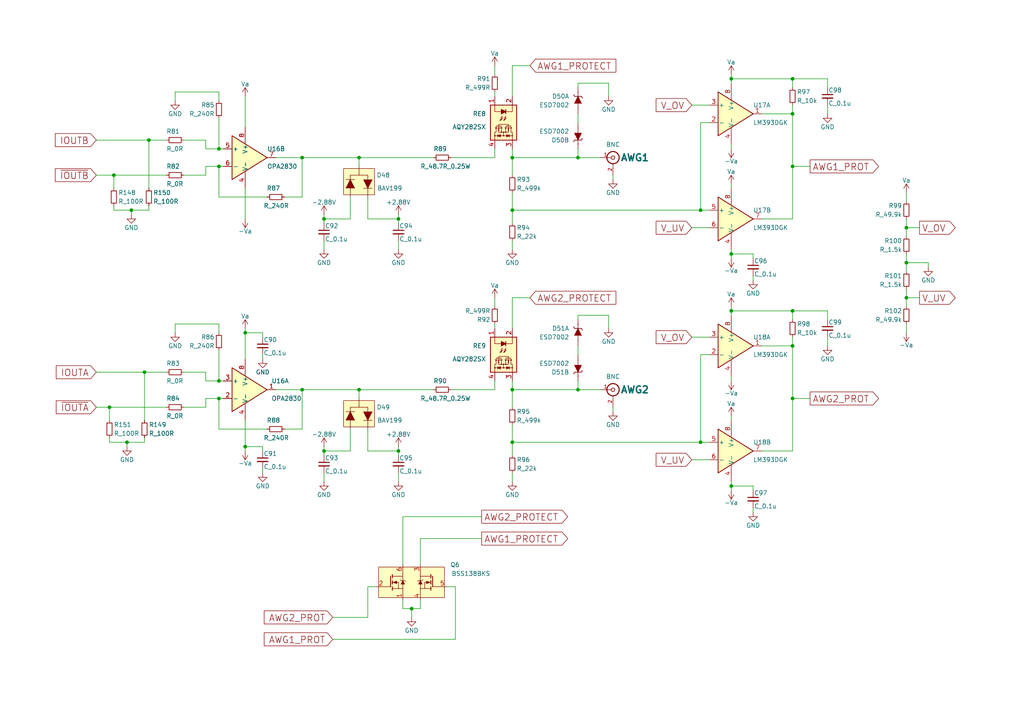
<source format=kicad_sch>
(kicad_sch (version 20231120) (generator "eeschema") (generator_version "8.0")
  (paper "A4")
  (title_block (title "Scopefun Oscilloscope") (rev "v2") (comment 1 "Copyright Dejan Priversek 2017") (comment 2 "Licensed under CERN OHL v.1.2"))
  (junction (at 104.14 113.03))
  (junction (at 212.09 73.66))
  (junction (at 262.89 76.2))
  (junction (at 33.02 50.8))
  (junction (at 63.5 115.57))
  (junction (at 41.91 107.95))
  (junction (at 229.87 90.17))
  (junction (at 148.59 113.03))
  (junction (at 43.18 40.64))
  (junction (at 63.5 110.49))
  (junction (at 262.89 86.36))
  (junction (at 87.63 113.03))
  (junction (at 71.12 129.54))
  (junction (at 71.12 96.52))
  (junction (at 148.59 128.27))
  (junction (at 148.59 60.96))
  (junction (at 212.09 90.17))
  (junction (at 63.5 48.26))
  (junction (at 31.75 118.11))
  (junction (at 93.98 63.5))
  (junction (at 229.87 100.33))
  (junction (at 148.59 45.72))
  (junction (at 115.57 63.5))
  (junction (at 212.09 22.86))
  (junction (at 229.87 115.57))
  (junction (at 229.87 48.26))
  (junction (at 38.1 60.96))
  (junction (at 104.14 45.72))
  (junction (at 63.5 43.18))
  (junction (at 87.63 45.72))
  (junction (at 212.09 140.97))
  (junction (at 229.87 22.86))
  (junction (at 115.57 130.81))
  (junction (at 167.64 45.72))
  (junction (at 203.2 60.96))
  (junction (at 262.89 66.04))
  (junction (at 93.98 130.81))
  (junction (at 36.83 128.27))
  (junction (at 119.38 176.53))
  (junction (at 167.64 113.03))
  (junction (at 229.87 33.02))
  (junction (at 203.2 128.27))
  (wire (pts (xy 203.2 102.87) (xy 203.2 128.27)))
  (wire (pts (xy 229.87 92.71) (xy 229.87 90.17)))
  (wire (pts (xy 63.5 115.57) (xy 64.77 115.57)))
  (wire (pts (xy 220.98 33.02) (xy 229.87 33.02)))
  (wire (pts (xy 87.63 57.15) (xy 87.63 45.72)))
  (wire (pts (xy 132.08 185.42) (xy 132.08 170.18)))
  (wire (pts (xy 115.57 129.54) (xy 115.57 130.81)))
  (wire (pts (xy 43.18 60.96) (xy 43.18 59.69)))
  (wire (pts (xy 115.57 69.85) (xy 115.57 72.39)))
  (wire (pts (xy 200.66 66.04) (xy 205.74 66.04)))
  (wire (pts (xy 148.59 123.19) (xy 148.59 128.27)))
  (wire (pts (xy 101.6 124.46) (xy 101.6 130.81)))
  (wire (pts (xy 262.89 76.2) (xy 262.89 78.74)))
  (wire (pts (xy 59.69 118.11) (xy 53.34 118.11)))
  (wire (pts (xy 115.57 130.81) (xy 115.57 132.08)))
  (wire (pts (xy 262.89 86.36) (xy 262.89 88.9)))
  (wire (pts (xy 36.83 129.54) (xy 36.83 128.27)))
  (wire (pts (xy 63.5 57.15) (xy 63.5 48.26)))
  (wire (pts (xy 115.57 63.5) (xy 115.57 64.77)))
  (wire (pts (xy 59.69 48.26) (xy 59.69 50.8)))
  (wire (pts (xy 76.2 96.52) (xy 71.12 96.52)))
  (wire (pts (xy 119.38 176.53) (xy 121.92 176.53)))
  (wire (pts (xy 43.18 40.64) (xy 43.18 54.61)))
  (wire (pts (xy 148.59 128.27) (xy 203.2 128.27)))
  (wire (pts (xy 240.03 97.79) (xy 240.03 100.33)))
  (wire (pts (xy 218.44 73.66) (xy 212.09 73.66)))
  (wire (pts (xy 116.84 173.99) (xy 116.84 176.53)))
  (wire (pts (xy 143.51 19.05) (xy 143.51 21.59)))
  (wire (pts (xy 59.69 115.57) (xy 59.69 118.11)))
  (wire (pts (xy 266.7 86.36) (xy 262.89 86.36)))
  (wire (pts (xy 76.2 104.14) (xy 76.2 102.87)))
  (wire (pts (xy 262.89 83.82) (xy 262.89 86.36)))
  (wire (pts (xy 27.94 107.95) (xy 41.91 107.95)))
  (wire (pts (xy 63.5 43.18) (xy 64.77 43.18)))
  (wire (pts (xy 266.7 66.04) (xy 262.89 66.04)))
  (wire (pts (xy 218.44 147.32) (xy 218.44 148.59)))
  (wire (pts (xy 229.87 115.57) (xy 229.87 130.81)))
  (wire (pts (xy 167.64 113.03) (xy 173.99 113.03)))
  (wire (pts (xy 63.5 110.49) (xy 64.77 110.49)))
  (wire (pts (xy 116.84 163.83) (xy 116.84 149.86)))
  (wire (pts (xy 148.59 45.72) (xy 148.59 50.8)))
  (wire (pts (xy 71.12 129.54) (xy 71.12 130.81)))
  (wire (pts (xy 212.09 22.86) (xy 229.87 22.86)))
  (wire (pts (xy 71.12 96.52) (xy 71.12 104.14)))
  (wire (pts (xy 262.89 55.88) (xy 262.89 58.42)))
  (wire (pts (xy 93.98 69.85) (xy 93.98 72.39)))
  (wire (pts (xy 41.91 107.95) (xy 41.91 121.92)))
  (wire (pts (xy 167.64 45.72) (xy 173.99 45.72)))
  (wire (pts (xy 212.09 73.66) (xy 212.09 74.93)))
  (wire (pts (xy 104.14 113.03) (xy 104.14 115.57)))
  (wire (pts (xy 77.47 124.46) (xy 63.5 124.46)))
  (wire (pts (xy 119.38 176.53) (xy 119.38 179.07)))
  (wire (pts (xy 212.09 109.22) (xy 212.09 110.49)))
  (wire (pts (xy 104.14 45.72) (xy 104.14 48.26)))
  (wire (pts (xy 63.5 124.46) (xy 63.5 115.57)))
  (wire (pts (xy 262.89 93.98) (xy 262.89 96.52)))
  (wire (pts (xy 143.51 110.49) (xy 143.51 113.03)))
  (wire (pts (xy 212.09 72.39) (xy 212.09 73.66)))
  (wire (pts (xy 93.98 63.5) (xy 93.98 64.77)))
  (wire (pts (xy 212.09 53.34) (xy 212.09 54.61)))
  (wire (pts (xy 269.24 76.2) (xy 269.24 77.47)))
  (wire (pts (xy 31.75 128.27) (xy 36.83 128.27)))
  (wire (pts (xy 200.66 133.35) (xy 205.74 133.35)))
  (wire (pts (xy 96.52 179.07) (xy 106.68 179.07)))
  (wire (pts (xy 41.91 128.27) (xy 41.91 127)))
  (wire (pts (xy 59.69 40.64) (xy 59.69 43.18)))
  (wire (pts (xy 229.87 63.5) (xy 220.98 63.5)))
  (wire (pts (xy 59.69 110.49) (xy 63.5 110.49)))
  (wire (pts (xy 33.02 50.8) (xy 33.02 54.61)))
  (wire (pts (xy 76.2 135.89) (xy 76.2 137.16)))
  (wire (pts (xy 27.94 50.8) (xy 33.02 50.8)))
  (wire (pts (xy 212.09 41.91) (xy 212.09 43.18)))
  (wire (pts (xy 167.64 43.18) (xy 167.64 45.72)))
  (wire (pts (xy 71.12 121.92) (xy 71.12 129.54)))
  (wire (pts (xy 50.8 29.21) (xy 50.8 26.67)))
  (wire (pts (xy 148.59 86.36) (xy 148.59 95.25)))
  (wire (pts (xy 76.2 97.79) (xy 76.2 96.52)))
  (wire (pts (xy 212.09 140.97) (xy 212.09 142.24)))
  (wire (pts (xy 229.87 48.26) (xy 229.87 63.5)))
  (wire (pts (xy 148.59 113.03) (xy 167.64 113.03)))
  (wire (pts (xy 229.87 130.81) (xy 220.98 130.81)))
  (wire (pts (xy 262.89 73.66) (xy 262.89 76.2)))
  (wire (pts (xy 234.95 115.57) (xy 229.87 115.57)))
  (wire (pts (xy 153.67 86.36) (xy 148.59 86.36)))
  (wire (pts (xy 38.1 60.96) (xy 43.18 60.96)))
  (wire (pts (xy 59.69 43.18) (xy 63.5 43.18)))
  (wire (pts (xy 106.68 57.15) (xy 106.68 63.5)))
  (wire (pts (xy 148.59 60.96) (xy 203.2 60.96)))
  (wire (pts (xy 240.03 22.86) (xy 240.03 25.4)))
  (wire (pts (xy 148.59 43.18) (xy 148.59 45.72)))
  (wire (pts (xy 82.55 124.46) (xy 87.63 124.46)))
  (wire (pts (xy 148.59 19.05) (xy 148.59 27.94)))
  (wire (pts (xy 212.09 88.9) (xy 212.09 90.17)))
  (wire (pts (xy 82.55 57.15) (xy 87.63 57.15)))
  (wire (pts (xy 218.44 142.24) (xy 218.44 140.97)))
  (wire (pts (xy 203.2 60.96) (xy 205.74 60.96)))
  (wire (pts (xy 212.09 22.86) (xy 212.09 24.13)))
  (wire (pts (xy 93.98 137.16) (xy 93.98 139.7)))
  (wire (pts (xy 240.03 30.48) (xy 240.03 33.02)))
  (wire (pts (xy 212.09 90.17) (xy 212.09 91.44)))
  (wire (pts (xy 218.44 140.97) (xy 212.09 140.97)))
  (wire (pts (xy 53.34 107.95) (xy 59.69 107.95)))
  (wire (pts (xy 143.51 43.18) (xy 143.51 45.72)))
  (wire (pts (xy 205.74 35.56) (xy 203.2 35.56)))
  (wire (pts (xy 50.8 96.52) (xy 50.8 93.98)))
  (wire (pts (xy 76.2 130.81) (xy 76.2 129.54)))
  (wire (pts (xy 262.89 76.2) (xy 269.24 76.2)))
  (wire (pts (xy 167.64 110.49) (xy 167.64 113.03)))
  (wire (pts (xy 176.53 24.13) (xy 176.53 27.94)))
  (wire (pts (xy 220.98 100.33) (xy 229.87 100.33)))
  (wire (pts (xy 148.59 55.88) (xy 148.59 60.96)))
  (wire (pts (xy 143.51 93.98) (xy 143.51 95.25)))
  (wire (pts (xy 218.44 80.01) (xy 218.44 81.28)))
  (wire (pts (xy 59.69 50.8) (xy 53.34 50.8)))
  (wire (pts (xy 59.69 48.26) (xy 63.5 48.26)))
  (wire (pts (xy 63.5 26.67) (xy 63.5 29.21)))
  (wire (pts (xy 177.8 50.8) (xy 177.8 52.07)))
  (wire (pts (xy 71.12 36.83) (xy 71.12 27.94)))
  (wire (pts (xy 80.01 113.03) (xy 87.63 113.03)))
  (wire (pts (xy 148.59 69.85) (xy 148.59 72.39)))
  (wire (pts (xy 115.57 62.23) (xy 115.57 63.5)))
  (wire (pts (xy 205.74 102.87) (xy 203.2 102.87)))
  (wire (pts (xy 153.67 19.05) (xy 148.59 19.05)))
  (wire (pts (xy 106.68 179.07) (xy 106.68 170.18)))
  (wire (pts (xy 87.63 113.03) (xy 104.14 113.03)))
  (wire (pts (xy 36.83 128.27) (xy 41.91 128.27)))
  (wire (pts (xy 132.08 170.18) (xy 129.54 170.18)))
  (wire (pts (xy 116.84 149.86) (xy 139.7 149.86)))
  (wire (pts (xy 167.64 25.4) (xy 167.64 24.13)))
  (wire (pts (xy 27.94 118.11) (xy 31.75 118.11)))
  (wire (pts (xy 262.89 63.5) (xy 262.89 66.04)))
  (wire (pts (xy 27.94 40.64) (xy 43.18 40.64)))
  (wire (pts (xy 229.87 22.86) (xy 240.03 22.86)))
  (wire (pts (xy 148.59 60.96) (xy 148.59 64.77)))
  (wire (pts (xy 143.51 45.72) (xy 130.81 45.72)))
  (wire (pts (xy 229.87 97.79) (xy 229.87 100.33)))
  (wire (pts (xy 71.12 54.61) (xy 71.12 63.5)))
  (wire (pts (xy 229.87 100.33) (xy 229.87 115.57)))
  (wire (pts (xy 77.47 57.15) (xy 63.5 57.15)))
  (wire (pts (xy 212.09 90.17) (xy 229.87 90.17)))
  (wire (pts (xy 33.02 60.96) (xy 38.1 60.96)))
  (wire (pts (xy 148.59 128.27) (xy 148.59 132.08)))
  (wire (pts (xy 96.52 185.42) (xy 132.08 185.42)))
  (wire (pts (xy 38.1 62.23) (xy 38.1 60.96)))
  (wire (pts (xy 148.59 137.16) (xy 148.59 139.7)))
  (wire (pts (xy 76.2 129.54) (xy 71.12 129.54)))
  (wire (pts (xy 203.2 35.56) (xy 203.2 60.96)))
  (wire (pts (xy 33.02 50.8) (xy 48.26 50.8)))
  (wire (pts (xy 229.87 90.17) (xy 240.03 90.17)))
  (wire (pts (xy 71.12 95.25) (xy 71.12 96.52)))
  (wire (pts (xy 104.14 113.03) (xy 125.73 113.03)))
  (wire (pts (xy 80.01 45.72) (xy 87.63 45.72)))
  (wire (pts (xy 50.8 26.67) (xy 63.5 26.67)))
  (wire (pts (xy 93.98 130.81) (xy 93.98 132.08)))
  (wire (pts (xy 177.8 118.11) (xy 177.8 119.38)))
  (wire (pts (xy 121.92 176.53) (xy 121.92 173.99)))
  (wire (pts (xy 31.75 127) (xy 31.75 128.27)))
  (wire (pts (xy 43.18 40.64) (xy 48.26 40.64)))
  (wire (pts (xy 167.64 24.13) (xy 176.53 24.13)))
  (wire (pts (xy 234.95 48.26) (xy 229.87 48.26)))
  (wire (pts (xy 148.59 45.72) (xy 167.64 45.72)))
  (wire (pts (xy 63.5 101.6) (xy 63.5 110.49)))
  (wire (pts (xy 104.14 45.72) (xy 125.73 45.72)))
  (wire (pts (xy 143.51 86.36) (xy 143.51 88.9)))
  (wire (pts (xy 106.68 124.46) (xy 106.68 130.81)))
  (wire (pts (xy 121.92 156.21) (xy 139.7 156.21)))
  (wire (pts (xy 148.59 110.49) (xy 148.59 113.03)))
  (wire (pts (xy 106.68 170.18) (xy 109.22 170.18)))
  (wire (pts (xy 176.53 91.44) (xy 176.53 95.25)))
  (wire (pts (xy 41.91 107.95) (xy 48.26 107.95)))
  (wire (pts (xy 121.92 163.83) (xy 121.92 156.21)))
  (wire (pts (xy 116.84 176.53) (xy 119.38 176.53)))
  (wire (pts (xy 229.87 25.4) (xy 229.87 22.86)))
  (wire (pts (xy 143.51 26.67) (xy 143.51 27.94)))
  (wire (pts (xy 200.66 97.79) (xy 205.74 97.79)))
  (wire (pts (xy 240.03 90.17) (xy 240.03 92.71)))
  (wire (pts (xy 167.64 92.71) (xy 167.64 91.44)))
  (wire (pts (xy 93.98 129.54) (xy 93.98 130.81)))
  (wire (pts (xy 106.68 63.5) (xy 115.57 63.5)))
  (wire (pts (xy 101.6 57.15) (xy 101.6 63.5)))
  (wire (pts (xy 262.89 66.04) (xy 262.89 68.58)))
  (wire (pts (xy 167.64 91.44) (xy 176.53 91.44)))
  (wire (pts (xy 143.51 113.03) (xy 130.81 113.03)))
  (wire (pts (xy 212.09 120.65) (xy 212.09 121.92)))
  (wire (pts (xy 229.87 33.02) (xy 229.87 48.26)))
  (wire (pts (xy 218.44 74.93) (xy 218.44 73.66)))
  (wire (pts (xy 101.6 130.81) (xy 93.98 130.81)))
  (wire (pts (xy 212.09 21.59) (xy 212.09 22.86)))
  (wire (pts (xy 59.69 107.95) (xy 59.69 110.49)))
  (wire (pts (xy 59.69 115.57) (xy 63.5 115.57)))
  (wire (pts (xy 31.75 118.11) (xy 31.75 121.92)))
  (wire (pts (xy 63.5 48.26) (xy 64.77 48.26)))
  (wire (pts (xy 212.09 139.7) (xy 212.09 140.97)))
  (wire (pts (xy 87.63 124.46) (xy 87.63 113.03)))
  (wire (pts (xy 101.6 63.5) (xy 93.98 63.5)))
  (wire (pts (xy 167.64 100.33) (xy 167.64 102.87)))
  (wire (pts (xy 33.02 59.69) (xy 33.02 60.96)))
  (wire (pts (xy 50.8 93.98) (xy 63.5 93.98)))
  (wire (pts (xy 115.57 137.16) (xy 115.57 139.7)))
  (wire (pts (xy 31.75 118.11) (xy 48.26 118.11)))
  (wire (pts (xy 63.5 34.29) (xy 63.5 43.18)))
  (wire (pts (xy 63.5 93.98) (xy 63.5 96.52)))
  (wire (pts (xy 203.2 128.27) (xy 205.74 128.27)))
  (wire (pts (xy 229.87 30.48) (xy 229.87 33.02)))
  (wire (pts (xy 148.59 113.03) (xy 148.59 118.11)))
  (wire (pts (xy 87.63 45.72) (xy 104.14 45.72)))
  (wire (pts (xy 106.68 130.81) (xy 115.57 130.81)))
  (wire (pts (xy 167.64 33.02) (xy 167.64 35.56)))
  (wire (pts (xy 200.66 30.48) (xy 205.74 30.48)))
  (wire (pts (xy 93.98 62.23) (xy 93.98 63.5)))
  (wire (pts (xy 53.34 40.64) (xy 59.69 40.64)))
  (global_label "AWG1_PROTECT" (shape output) (at 139.7 156.21 0) (effects (font (size 1.905 1.905))) (property "Intersheetrefs" "${INTERSHEET_REFS}" (effects (hide yes))))
  (global_label "AWG2_PROT" (shape input) (at 96.52 179.07 180) (effects (font (size 1.905 1.905))) (property "Intersheetrefs" "${INTERSHEET_REFS}" (effects (hide yes))))
  (global_label "V_OV" (shape output) (at 266.7 66.04 0) (effects (font (size 1.905 1.905))) (property "Intersheetrefs" "${INTERSHEET_REFS}" (effects (hide yes))))
  (global_label "~{IOUTB}" (shape input) (at 27.94 50.8 180) (effects (font (size 1.905 1.905))) (property "Intersheetrefs" "${INTERSHEET_REFS}" (effects (hide yes))))
  (global_label "V_OV" (shape input) (at 200.66 30.48 180) (effects (font (size 1.905 1.905))) (property "Intersheetrefs" "${INTERSHEET_REFS}" (effects (hide yes))))
  (global_label "AWG2_PROTECT" (shape output) (at 139.7 149.86 0) (effects (font (size 1.905 1.905))) (property "Intersheetrefs" "${INTERSHEET_REFS}" (effects (hide yes))))
  (global_label "V_UV" (shape output) (at 266.7 86.36 0) (effects (font (size 1.905 1.905))) (property "Intersheetrefs" "${INTERSHEET_REFS}" (effects (hide yes))))
  (global_label "IOUTA" (shape input) (at 27.94 107.95 180) (effects (font (size 1.905 1.905))) (property "Intersheetrefs" "${INTERSHEET_REFS}" (effects (hide yes))))
  (global_label "V_UV" (shape input) (at 200.66 66.04 180) (effects (font (size 1.905 1.905))) (property "Intersheetrefs" "${INTERSHEET_REFS}" (effects (hide yes))))
  (global_label "V_UV" (shape input) (at 200.66 133.35 180) (effects (font (size 1.905 1.905))) (property "Intersheetrefs" "${INTERSHEET_REFS}" (effects (hide yes))))
  (global_label "AWG1_PROT" (shape output) (at 234.95 48.26 0) (effects (font (size 1.905 1.905))) (property "Intersheetrefs" "${INTERSHEET_REFS}" (effects (hide yes))))
  (global_label "AWG2_PROTECT" (shape input) (at 153.67 86.36 0) (effects (font (size 1.905 1.905))) (property "Intersheetrefs" "${INTERSHEET_REFS}" (effects (hide yes))))
  (global_label "V_OV" (shape input) (at 200.66 97.79 180) (effects (font (size 1.905 1.905))) (property "Intersheetrefs" "${INTERSHEET_REFS}" (effects (hide yes))))
  (global_label "AWG1_PROTECT" (shape input) (at 153.67 19.05 0) (effects (font (size 1.905 1.905))) (property "Intersheetrefs" "${INTERSHEET_REFS}" (effects (hide yes))))
  (global_label "~{IOUTA}" (shape input) (at 27.94 118.11 180) (effects (font (size 1.905 1.905))) (property "Intersheetrefs" "${INTERSHEET_REFS}" (effects (hide yes))))
  (global_label "IOUTB" (shape input) (at 27.94 40.64 180) (effects (font (size 1.905 1.905))) (property "Intersheetrefs" "${INTERSHEET_REFS}" (effects (hide yes))))
  (global_label "AWG1_PROT" (shape input) (at 96.52 185.42 180) (effects (font (size 1.905 1.905))) (property "Intersheetrefs" "${INTERSHEET_REFS}" (effects (hide yes))))
  (global_label "AWG2_PROT" (shape output) (at 234.95 115.57 0) (effects (font (size 1.905 1.905))) (property "Intersheetrefs" "${INTERSHEET_REFS}" (effects (hide yes))))
  (symbol (lib_id "ScopefunParts:OPA2830") (at 72.39 45.72 0) (unit 2)
    (property "Reference" "U16" (at 77.47 43.18 0) (effects (justify left)))
    (property "Value" "OPA2830" (at 77.47 48.26 0) (effects (justify left)))
    (property "Footprint" "ScopefunPackagesLibrary:TSSOP8" (effects (hide yes)))
    (property "Datasheet" "http://www.ti.com/lit/ds/symlink/opa2830.pdf" (effects (hide yes)))
    (property "Description" "Dual, Low-Power, Single-Supply, Wideband OPERATIONAL AMPLIFIER" (effects (hide yes)))
    (property "Manufacturer Part Number" "OPA2830IDGKT" (effects (hide yes)))
  )
  (symbol (lib_id "ScopefunParts:+Va") (at 71.12 95.25 0) (unit 1)
    (property "Reference" "#PWR0174" (effects (hide yes)))
    (property "Value" "Va" (at 71.12 91.694 0))
  )
  (symbol (lib_id "ScopefunParts:-Va") (at 71.12 130.81 180) (unit 1)
    (property "Reference" "#PWR0175" (effects (hide yes)))
    (property "Value" "-Va" (at 71.12 134.366 0))
  )
  (symbol (lib_id "Scopefun_v2-rescue:GND") (at 50.8 96.52 0) (unit 1)
    (property "Reference" "#PWR0176" (effects (hide yes)))
    (property "Value" "GND" (at 50.8 100.33 0))
  )
  (symbol (lib_id "ScopefunParts:BAV199") (at 104.14 53.34 0) (unit 1)
    (property "Reference" "D48" (at 109.22 50.8 0) (effects (justify left)))
    (property "Value" "BAV199" (at 113.03 54.61 0))
    (property "Footprint" "ScopefunPackagesLibrary:SOT23" (effects (hide yes)))
    (property "Description" "Low-leakage double diode" (effects (hide yes)))
    (property "Manufacturer Part Number" "BAV199-7-F" (effects (hide yes)))
  )
  (symbol (lib_id "ScopefunParts:+2.88V") (at 115.57 62.23 0) (unit 1)
    (property "Reference" "#PWR0177" (effects (hide yes)))
    (property "Value" "+2.88V" (at 115.57 58.674 0))
  )
  (symbol (lib_id "ScopefunParts:C_0.1u") (at 93.98 67.31 0) (unit 1)
    (property "Reference" "C92" (at 94.234 65.532 0) (effects (justify left)))
    (property "Value" "C_0.1u" (at 94.234 69.342 0) (effects (justify left)))
    (property "Footprint" "ScopefunPackagesLibrary:C_0603" (effects (hide yes)))
    (property "Description" "MLCC - SMD/SMT 0603 16V X7R 10%" (effects (hide yes)))
    (property "Manufacturer Part Number" "C0603C104K4RACTU" (effects (hide yes)))
  )
  (symbol (lib_id "ScopefunParts:C_0.1u") (at 115.57 67.31 0) (unit 1)
    (property "Reference" "C94" (at 115.824 65.532 0) (effects (justify left)))
    (property "Value" "C_0.1u" (at 115.824 69.342 0) (effects (justify left)))
    (property "Footprint" "ScopefunPackagesLibrary:C_0603" (effects (hide yes)))
    (property "Description" "MLCC - SMD/SMT 0603 16V X7R 10%" (effects (hide yes)))
    (property "Manufacturer Part Number" "C0603C104K4RACTU" (effects (hide yes)))
  )
  (symbol (lib_id "Scopefun_v2-rescue:GND") (at 115.57 72.39 0) (unit 1)
    (property "Reference" "#PWR0178" (effects (hide yes)))
    (property "Value" "GND" (at 115.57 76.2 0))
  )
  (symbol (lib_id "Scopefun_v2-rescue:GND") (at 93.98 72.39 0) (unit 1)
    (property "Reference" "#PWR0179" (effects (hide yes)))
    (property "Value" "GND" (at 93.98 76.2 0))
  )
  (symbol (lib_id "ScopefunParts:-2.88V") (at 93.98 62.23 0) (unit 1)
    (property "Reference" "#PWR0180" (effects (hide yes)))
    (property "Value" "-2.88V" (at 93.98 58.674 0))
  )
  (symbol (lib_id "ScopefunParts:R_499R") (at 143.51 24.13 0) (mirror y) (unit 1)
    (property "Reference" "R91" (at 142.24 22.86 0) (effects (justify left)))
    (property "Value" "R_499R" (at 142.24 25.4 0) (effects (justify left)))
    (property "Footprint" "ScopefunPackagesLibrary:R_0603" (effects (hide yes)))
    (property "Datasheet" "http://industrial.panasonic.com/cdbs/www-data/pdf/AOA0000/AOA0000CE2.pdf" (effects (hide yes)))
    (property "Description" "RES SMD 1% 1/10W 0603" (effects (hide yes)))
    (property "Manufacturer Part Number" "ERJ-3EKF4990V" (effects (hide yes)))
  )
  (symbol (lib_id "ScopefunParts:+Va") (at 143.51 19.05 0) (mirror y) (unit 1)
    (property "Reference" "#PWR0181" (effects (hide yes)))
    (property "Value" "Va" (at 143.51 15.494 0))
  )
  (symbol (lib_id "ScopefunParts:R_499k") (at 148.59 53.34 0) (unit 1)
    (property "Reference" "R93" (at 149.86 52.07 0) (effects (justify left)))
    (property "Value" "R_499k" (at 149.86 54.61 0) (effects (justify left)))
    (property "Footprint" "ScopefunPackagesLibrary:R_0603" (effects (hide yes)))
    (property "Datasheet" "http://industrial.panasonic.com/cdbs/www-data/pdf/AOA0000/AOA0000CE2.pdf" (effects (hide yes)))
    (property "Description" "RES SMD 1% 1/10W 0603" (effects (hide yes)))
    (property "Manufacturer Part Number" "ERJ-3EKF4993V" (effects (hide yes)))
  )
  (symbol (lib_id "ScopefunParts:R_22k") (at 148.59 67.31 0) (unit 1)
    (property "Reference" "R94" (at 149.86 66.04 0) (effects (justify left)))
    (property "Value" "R_22k" (at 149.86 68.58 0) (effects (justify left)))
    (property "Footprint" "ScopefunPackagesLibrary:R_0603" (effects (hide yes)))
    (property "Datasheet" "http://industrial.panasonic.com/cdbs/www-data/pdf/AOA0000/AOA0000CE2.pdf" (effects (hide yes)))
    (property "Description" "RES SMD 1% 1/10W 0603" (effects (hide yes)))
    (property "Manufacturer Part Number" "ERJ-3EKF2202V" (effects (hide yes)))
  )
  (symbol (lib_id "Scopefun_v2-rescue:GND") (at 148.59 72.39 0) (unit 1)
    (property "Reference" "#PWR0182" (effects (hide yes)))
    (property "Value" "GND" (at 148.59 76.2 0))
  )
  (symbol (lib_id "Scopefun_v2-rescue:GND") (at 177.8 52.07 0) (unit 1)
    (property "Reference" "#PWR0183" (effects (hide yes)))
    (property "Value" "GND" (at 177.8 55.88 0))
  )
  (symbol (lib_id "ScopefunParts:LM393DGK") (at 213.36 33.02 0) (unit 1)
    (property "Reference" "U17" (at 218.44 30.48 0) (effects (justify left)))
    (property "Value" "LM393DGK" (at 218.44 35.56 0) (effects (justify left)))
    (property "Footprint" "ScopefunPackagesLibrary:TSSOP8" (effects (hide yes)))
    (property "Datasheet" "http://www.ti.com/lit/ds/symlink/lm193.pdf" (effects (hide yes)))
    (property "Description" "Dual, General Purpose, Differential Comparator" (effects (hide yes)))
    (property "Manufacturer Part Number" "LM393DGKR" (effects (hide yes)))
  )
  (symbol (lib_id "ScopefunParts:+Va") (at 212.09 53.34 0) (unit 1)
    (property "Reference" "#PWR0187" (effects (hide yes)))
    (property "Value" "Va" (at 212.09 49.784 0))
  )
  (symbol (lib_id "ScopefunParts:-Va") (at 212.09 74.93 0) (mirror x) (unit 1)
    (property "Reference" "#PWR0186" (effects (hide yes)))
    (property "Value" "-Va" (at 212.09 78.486 0))
  )
  (symbol (lib_id "ScopefunParts:+Va") (at 212.09 21.59 0) (unit 1)
    (property "Reference" "#PWR0184" (effects (hide yes)))
    (property "Value" "Va" (at 212.09 18.034 0))
  )
  (symbol (lib_id "ScopefunParts:-Va") (at 212.09 43.18 180) (unit 1)
    (property "Reference" "#PWR0185" (effects (hide yes)))
    (property "Value" "-Va" (at 212.09 46.736 0))
  )
  (symbol (lib_id "ScopefunParts:C_0.1u") (at 240.03 27.94 0) (unit 1)
    (property "Reference" "C98" (at 240.284 26.162 0) (effects (justify left)))
    (property "Value" "C_0.1u" (at 240.284 29.972 0) (effects (justify left)))
    (property "Footprint" "ScopefunPackagesLibrary:C_0603" (effects (hide yes)))
    (property "Description" "MLCC - SMD/SMT 0603 16V X7R 10%" (effects (hide yes)))
    (property "Manufacturer Part Number" "C0603C104K4RACTU" (effects (hide yes)))
  )
  (symbol (lib_id "Scopefun_v2-rescue:GND") (at 240.03 33.02 0) (unit 1)
    (property "Reference" "#PWR0188" (effects (hide yes)))
    (property "Value" "GND" (at 240.03 36.83 0))
  )
  (symbol (lib_id "ScopefunParts:+Va") (at 71.12 27.94 0) (unit 1)
    (property "Reference" "#PWR0189" (effects (hide yes)))
    (property "Value" "Va" (at 71.12 24.384 0))
  )
  (symbol (lib_id "ScopefunParts:-Va") (at 71.12 63.5 180) (unit 1)
    (property "Reference" "#PWR0190" (effects (hide yes)))
    (property "Value" "-Va" (at 71.12 67.056 0))
  )
  (symbol (lib_id "Scopefun_v2-rescue:GND") (at 50.8 29.21 0) (unit 1)
    (property "Reference" "#PWR0191" (effects (hide yes)))
    (property "Value" "GND" (at 50.8 33.02 0))
  )
  (symbol (lib_id "ScopefunParts:BAV199") (at 104.14 120.65 0) (unit 1)
    (property "Reference" "D49" (at 109.22 118.11 0) (effects (justify left)))
    (property "Value" "BAV199" (at 113.03 121.92 0))
    (property "Footprint" "ScopefunPackagesLibrary:SOT23" (effects (hide yes)))
    (property "Description" "Low-leakage double diode" (effects (hide yes)))
    (property "Manufacturer Part Number" "BAV199-7-F" (effects (hide yes)))
  )
  (symbol (lib_id "ScopefunParts:+2.88V") (at 115.57 129.54 0) (unit 1)
    (property "Reference" "#PWR0192" (effects (hide yes)))
    (property "Value" "+2.88V" (at 115.57 125.984 0))
  )
  (symbol (lib_id "ScopefunParts:C_0.1u") (at 93.98 134.62 0) (unit 1)
    (property "Reference" "C93" (at 94.234 132.842 0) (effects (justify left)))
    (property "Value" "C_0.1u" (at 94.234 136.652 0) (effects (justify left)))
    (property "Footprint" "ScopefunPackagesLibrary:C_0603" (effects (hide yes)))
    (property "Description" "MLCC - SMD/SMT 0603 16V X7R 10%" (effects (hide yes)))
    (property "Manufacturer Part Number" "C0603C104K4RACTU" (effects (hide yes)))
  )
  (symbol (lib_id "ScopefunParts:C_0.1u") (at 115.57 134.62 0) (unit 1)
    (property "Reference" "C95" (at 115.824 132.842 0) (effects (justify left)))
    (property "Value" "C_0.1u" (at 115.824 136.652 0) (effects (justify left)))
    (property "Footprint" "ScopefunPackagesLibrary:C_0603" (effects (hide yes)))
    (property "Description" "MLCC - SMD/SMT 0603 16V X7R 10%" (effects (hide yes)))
    (property "Manufacturer Part Number" "C0603C104K4RACTU" (effects (hide yes)))
  )
  (symbol (lib_id "Scopefun_v2-rescue:GND") (at 115.57 139.7 0) (unit 1)
    (property "Reference" "#PWR0193" (effects (hide yes)))
    (property "Value" "GND" (at 115.57 143.51 0))
  )
  (symbol (lib_id "Scopefun_v2-rescue:GND") (at 93.98 139.7 0) (unit 1)
    (property "Reference" "#PWR0194" (effects (hide yes)))
    (property "Value" "GND" (at 93.98 143.51 0))
  )
  (symbol (lib_id "ScopefunParts:-2.88V") (at 93.98 129.54 0) (unit 1)
    (property "Reference" "#PWR0195" (effects (hide yes)))
    (property "Value" "-2.88V" (at 93.98 125.984 0))
  )
  (symbol (lib_id "ScopefunParts:R_499R") (at 143.51 91.44 180) (unit 1)
    (property "Reference" "R92" (at 142.24 92.71 0) (effects (justify left)))
    (property "Value" "R_499R" (at 142.24 90.17 0) (effects (justify left)))
    (property "Footprint" "ScopefunPackagesLibrary:R_0603" (effects (hide yes)))
    (property "Datasheet" "http://industrial.panasonic.com/cdbs/www-data/pdf/AOA0000/AOA0000CE2.pdf" (effects (hide yes)))
    (property "Description" "RES SMD 1% 1/10W 0603" (effects (hide yes)))
    (property "Manufacturer Part Number" "ERJ-3EKF4990V" (effects (hide yes)))
  )
  (symbol (lib_id "ScopefunParts:+Va") (at 143.51 86.36 0) (unit 1)
    (property "Reference" "#PWR0196" (effects (hide yes)))
    (property "Value" "Va" (at 143.51 82.804 0))
  )
  (symbol (lib_id "ScopefunParts:R_499k") (at 148.59 120.65 0) (unit 1)
    (property "Reference" "R95" (at 149.86 119.38 0) (effects (justify left)))
    (property "Value" "R_499k" (at 149.86 121.92 0) (effects (justify left)))
    (property "Footprint" "ScopefunPackagesLibrary:R_0603" (effects (hide yes)))
    (property "Datasheet" "http://industrial.panasonic.com/cdbs/www-data/pdf/AOA0000/AOA0000CE2.pdf" (effects (hide yes)))
    (property "Description" "RES SMD 1% 1/10W 0603" (effects (hide yes)))
    (property "Manufacturer Part Number" "ERJ-3EKF4993V" (effects (hide yes)))
  )
  (symbol (lib_id "ScopefunParts:R_22k") (at 148.59 134.62 0) (unit 1)
    (property "Reference" "R96" (at 149.86 133.35 0) (effects (justify left)))
    (property "Value" "R_22k" (at 149.86 135.89 0) (effects (justify left)))
    (property "Footprint" "ScopefunPackagesLibrary:R_0603" (effects (hide yes)))
    (property "Datasheet" "http://industrial.panasonic.com/cdbs/www-data/pdf/AOA0000/AOA0000CE2.pdf" (effects (hide yes)))
    (property "Description" "RES SMD 1% 1/10W 0603" (effects (hide yes)))
    (property "Manufacturer Part Number" "ERJ-3EKF2202V" (effects (hide yes)))
  )
  (symbol (lib_id "Scopefun_v2-rescue:GND") (at 148.59 139.7 0) (unit 1)
    (property "Reference" "#PWR0197" (effects (hide yes)))
    (property "Value" "GND" (at 148.59 143.51 0))
  )
  (symbol (lib_id "Scopefun_v2-rescue:GND") (at 177.8 119.38 0) (unit 1)
    (property "Reference" "#PWR0198" (effects (hide yes)))
    (property "Value" "GND" (at 177.8 123.19 0))
  )
  (symbol (lib_id "ScopefunParts:LM393DGK") (at 213.36 100.33 0) (unit 1)
    (property "Reference" "U18" (at 218.44 97.79 0) (effects (justify left)))
    (property "Value" "LM393DGK" (at 218.44 102.87 0) (effects (justify left)))
    (property "Footprint" "ScopefunPackagesLibrary:TSSOP8" (effects (hide yes)))
    (property "Datasheet" "http://www.ti.com/lit/ds/symlink/lm193.pdf" (effects (hide yes)))
    (property "Description" "Dual, General Purpose, Differential Comparator" (effects (hide yes)))
    (property "Manufacturer Part Number" "LM393DGKR" (effects (hide yes)))
  )
  (symbol (lib_id "ScopefunParts:+Va") (at 212.09 88.9 0) (unit 1)
    (property "Reference" "#PWR0199" (effects (hide yes)))
    (property "Value" "Va" (at 212.09 85.344 0))
  )
  (symbol (lib_id "ScopefunParts:-Va") (at 212.09 110.49 180) (unit 1)
    (property "Reference" "#PWR0200" (effects (hide yes)))
    (property "Value" "-Va" (at 212.09 114.046 0))
  )
  (symbol (lib_id "ScopefunParts:-Va") (at 212.09 142.24 0) (mirror x) (unit 1)
    (property "Reference" "#PWR0201" (effects (hide yes)))
    (property "Value" "-Va" (at 212.09 145.796 0))
  )
  (symbol (lib_id "ScopefunParts:+Va") (at 212.09 120.65 0) (unit 1)
    (property "Reference" "#PWR0202" (effects (hide yes)))
    (property "Value" "Va" (at 212.09 117.094 0))
  )
  (symbol (lib_id "ScopefunParts:C_0.1u") (at 240.03 95.25 0) (unit 1)
    (property "Reference" "C99" (at 240.284 93.472 0) (effects (justify left)))
    (property "Value" "C_0.1u" (at 240.284 97.282 0) (effects (justify left)))
    (property "Footprint" "ScopefunPackagesLibrary:C_0603" (effects (hide yes)))
    (property "Description" "MLCC - SMD/SMT 0603 16V X7R 10%" (effects (hide yes)))
    (property "Manufacturer Part Number" "C0603C104K4RACTU" (effects (hide yes)))
  )
  (symbol (lib_id "Scopefun_v2-rescue:GND") (at 240.03 100.33 0) (unit 1)
    (property "Reference" "#PWR0203" (effects (hide yes)))
    (property "Value" "GND" (at 240.03 104.14 0))
  )
  (symbol (lib_id "ScopefunParts:C_0.1u") (at 76.2 100.33 0) (unit 1)
    (property "Reference" "C90" (at 76.454 98.552 0) (effects (justify left)))
    (property "Value" "C_0.1u" (at 76.454 102.362 0) (effects (justify left)))
    (property "Footprint" "ScopefunPackagesLibrary:C_0603" (effects (hide yes)))
    (property "Description" "MLCC - SMD/SMT 0603 16V X7R 10%" (effects (hide yes)))
    (property "Manufacturer Part Number" "C0603C104K4RACTU" (effects (hide yes)))
  )
  (symbol (lib_id "Scopefun_v2-rescue:GND") (at 76.2 104.14 0) (unit 1)
    (property "Reference" "#PWR0204" (effects (hide yes)))
    (property "Value" "GND" (at 76.2 107.95 0))
  )
  (symbol (lib_id "ScopefunParts:C_0.1u") (at 76.2 133.35 0) (unit 1)
    (property "Reference" "C91" (at 76.454 131.572 0) (effects (justify left)))
    (property "Value" "C_0.1u" (at 76.454 135.382 0) (effects (justify left)))
    (property "Footprint" "ScopefunPackagesLibrary:C_0603" (effects (hide yes)))
    (property "Description" "MLCC - SMD/SMT 0603 16V X7R 10%" (effects (hide yes)))
    (property "Manufacturer Part Number" "C0603C104K4RACTU" (effects (hide yes)))
  )
  (symbol (lib_id "Scopefun_v2-rescue:GND") (at 76.2 137.16 0) (unit 1)
    (property "Reference" "#PWR0205" (effects (hide yes)))
    (property "Value" "GND" (at 76.2 140.97 0))
  )
  (symbol (lib_id "ScopefunParts:BSS138BKS") (at 119.38 168.91 0) (unit 1)
    (property "Reference" "Q6" (at 133.35 163.83 0) (effects (justify right)))
    (property "Value" "BSS138BKS" (at 142.24 166.37 0) (effects (justify right)))
    (property "Footprint" "ScopefunPackagesLibrary:SOT363" (effects (hide yes)))
    (property "Datasheet" "http://www.nxp.com/documents/data_sheet/BSS138BKS.pdf" (effects (hide yes)))
    (property "Description" "60 V, 320 mA dual N-channel Trench MOSFET" (effects (hide yes)))
    (property "Manufacturer Part Number" "BSS138PS,115" (effects (hide yes)))
  )
  (symbol (lib_id "Scopefun_v2-rescue:GND") (at 119.38 179.07 0) (unit 1)
    (property "Reference" "#PWR0206" (effects (hide yes)))
    (property "Value" "GND" (at 119.38 182.88 0))
  )
  (symbol (lib_id "ScopefunParts:R_49.9k") (at 262.89 60.96 0) (mirror y) (unit 1)
    (property "Reference" "R99" (at 261.62 59.69 0) (effects (justify left)))
    (property "Value" "R_49.9k" (at 261.62 62.23 0) (effects (justify left)))
    (property "Footprint" "ScopefunPackagesLibrary:R_0603" (effects (hide yes)))
    (property "Datasheet" "http://industrial.panasonic.com/cdbs/www-data/pdf/AOA0000/AOA0000CE2.pdf" (effects (hide yes)))
    (property "Description" "RES SMD 1% 1/10W 0603" (effects (hide yes)))
    (property "Manufacturer Part Number" "ERJ-3EKF4992V" (effects (hide yes)))
  )
  (symbol (lib_id "ScopefunParts:R_1.5k") (at 262.89 71.12 0) (mirror y) (unit 1)
    (property "Reference" "R100" (at 261.62 69.85 0) (effects (justify left)))
    (property "Value" "R_1.5k" (at 261.62 72.39 0) (effects (justify left)))
    (property "Footprint" "ScopefunPackagesLibrary:R_0603" (effects (hide yes)))
    (property "Datasheet" "http://industrial.panasonic.com/cdbs/www-data/pdf/AOA0000/AOA0000CE2.pdf" (effects (hide yes)))
    (property "Description" "RES SMD 1% 1/10W 0603" (effects (hide yes)))
    (property "Manufacturer Part Number" "ERJ-3EKF1501V" (effects (hide yes)))
  )
  (symbol (lib_id "ScopefunParts:R_1.5k") (at 262.89 81.28 0) (mirror y) (unit 1)
    (property "Reference" "R101" (at 261.62 80.01 0) (effects (justify left)))
    (property "Value" "R_1.5k" (at 261.62 82.55 0) (effects (justify left)))
    (property "Footprint" "ScopefunPackagesLibrary:R_0603" (effects (hide yes)))
    (property "Datasheet" "http://industrial.panasonic.com/cdbs/www-data/pdf/AOA0000/AOA0000CE2.pdf" (effects (hide yes)))
    (property "Description" "RES SMD 1% 1/10W 0603" (effects (hide yes)))
    (property "Manufacturer Part Number" "ERJ-3EKF1501V" (effects (hide yes)))
  )
  (symbol (lib_id "ScopefunParts:R_49.9k") (at 262.89 91.44 0) (mirror y) (unit 1)
    (property "Reference" "R102" (at 261.62 90.17 0) (effects (justify left)))
    (property "Value" "R_49.9k" (at 261.62 92.71 0) (effects (justify left)))
    (property "Footprint" "ScopefunPackagesLibrary:R_0603" (effects (hide yes)))
    (property "Datasheet" "http://industrial.panasonic.com/cdbs/www-data/pdf/AOA0000/AOA0000CE2.pdf" (effects (hide yes)))
    (property "Description" "RES SMD 1% 1/10W 0603" (effects (hide yes)))
    (property "Manufacturer Part Number" "ERJ-3EKF4992V" (effects (hide yes)))
  )
  (symbol (lib_id "Scopefun_v2-rescue:GND") (at 269.24 77.47 0) (mirror y) (unit 1)
    (property "Reference" "#PWR0207" (effects (hide yes)))
    (property "Value" "GND" (at 269.24 81.28 0))
  )
  (symbol (lib_id "ScopefunParts:+Va") (at 262.89 55.88 0) (mirror y) (unit 1)
    (property "Reference" "#PWR0208" (effects (hide yes)))
    (property "Value" "Va" (at 262.89 52.324 0))
  )
  (symbol (lib_id "ScopefunParts:-Va") (at 262.89 96.52 0) (mirror x) (unit 1)
    (property "Reference" "#PWR0209" (effects (hide yes)))
    (property "Value" "-Va" (at 262.89 100.076 0))
  )
  (symbol (lib_id "ScopefunParts:AQY282SX") (at 146.05 35.56 90) (mirror x) (unit 1)
    (property "Reference" "RE8" (at 140.97 33.02 90) (effects (justify left)))
    (property "Value" "AQY282SX" (at 140.97 36.83 90) (effects (justify left)))
    (property "Footprint" "ScopefunPackagesLibrary:SOP-4" (effects (hide yes)))
    (property "Datasheet" "https://www.mouser.com/ds/2/315/panasonic_AQW,AQY280,282,284-1196946.pdf" (effects (hide yes)))
    (property "Description" "Solid State Relays - PCB Mount 60v 500mA SOP Form A Norm-Open" (effects (hide yes)))
    (property "Manufacturer Part Number" "AQY282SX" (effects (hide yes)))
  )
  (symbol (lib_id "ScopefunParts:AQY282SX") (at 146.05 102.87 90) (mirror x) (unit 1)
    (property "Reference" "RE9" (at 140.97 100.33 90) (effects (justify left)))
    (property "Value" "AQY282SX" (at 140.97 104.14 90) (effects (justify left)))
    (property "Footprint" "ScopefunPackagesLibrary:SOP-4" (effects (hide yes)))
    (property "Datasheet" "https://www.mouser.com/ds/2/315/panasonic_AQW,AQY280,282,284-1196946.pdf" (effects (hide yes)))
    (property "Description" "Solid State Relays - PCB Mount 60v 500mA SOP Form A Norm-Open" (effects (hide yes)))
    (property "Manufacturer Part Number" "AQY282SX" (effects (hide yes)))
  )
  (symbol (lib_id "ScopefunParts:LM393DGK") (at 213.36 63.5 0) (unit 2)
    (property "Reference" "U17" (at 218.44 60.96 0) (effects (justify left)))
    (property "Value" "LM393DGK" (at 218.44 66.04 0) (effects (justify left)))
    (property "Footprint" "ScopefunPackagesLibrary:TSSOP8" (effects (hide yes)))
    (property "Datasheet" "http://www.ti.com/lit/ds/symlink/lm193.pdf" (effects (hide yes)))
    (property "Description" "Dual, General Purpose, Differential Comparator" (effects (hide yes)))
    (property "Manufacturer Part Number" "LM393DGKR" (effects (hide yes)))
  )
  (symbol (lib_id "ScopefunParts:LM393DGK") (at 213.36 130.81 0) (unit 2)
    (property "Reference" "U18" (at 218.44 128.27 0) (effects (justify left)))
    (property "Value" "LM393DGK" (at 218.44 133.35 0) (effects (justify left)))
    (property "Footprint" "ScopefunPackagesLibrary:TSSOP8" (effects (hide yes)))
    (property "Datasheet" "http://www.ti.com/lit/ds/symlink/lm193.pdf" (effects (hide yes)))
    (property "Description" "Dual, General Purpose, Differential Comparator" (effects (hide yes)))
    (property "Manufacturer Part Number" "LM393DGKR" (effects (hide yes)))
  )
  (symbol (lib_id "ScopefunParts:C_0.1u") (at 218.44 77.47 0) (unit 1)
    (property "Reference" "C96" (at 218.694 75.692 0) (effects (justify left)))
    (property "Value" "C_0.1u" (at 218.694 79.502 0) (effects (justify left)))
    (property "Footprint" "ScopefunPackagesLibrary:C_0603" (effects (hide yes)))
    (property "Description" "MLCC - SMD/SMT 0603 16V X7R 10%" (effects (hide yes)))
    (property "Manufacturer Part Number" "C0603C104K4RACTU" (effects (hide yes)))
  )
  (symbol (lib_id "Scopefun_v2-rescue:GND") (at 218.44 81.28 0) (unit 1)
    (property "Reference" "#PWR0210" (effects (hide yes)))
    (property "Value" "GND" (at 218.44 85.09 0))
  )
  (symbol (lib_id "ScopefunParts:C_0.1u") (at 218.44 144.78 0) (unit 1)
    (property "Reference" "C97" (at 218.694 143.002 0) (effects (justify left)))
    (property "Value" "C_0.1u" (at 218.694 146.812 0) (effects (justify left)))
    (property "Footprint" "ScopefunPackagesLibrary:C_0603" (effects (hide yes)))
    (property "Description" "MLCC - SMD/SMT 0603 16V X7R 10%" (effects (hide yes)))
    (property "Manufacturer Part Number" "C0603C104K4RACTU" (effects (hide yes)))
  )
  (symbol (lib_id "Scopefun_v2-rescue:GND") (at 218.44 148.59 0) (unit 1)
    (property "Reference" "#PWR0211" (effects (hide yes)))
    (property "Value" "GND" (at 218.44 152.4 0))
  )
  (symbol (lib_id "ScopefunParts:R_10k") (at 229.87 27.94 0) (unit 1)
    (property "Reference" "R97" (at 231.14 26.67 0) (effects (justify left)))
    (property "Value" "R_10k" (at 231.14 29.21 0) (effects (justify left)))
    (property "Footprint" "ScopefunPackagesLibrary:R_0603" (effects (hide yes)))
    (property "Datasheet" "http://industrial.panasonic.com/cdbs/www-data/pdf/AOA0000/AOA0000CE2.pdf" (effects (hide yes)))
    (property "Description" "RES SMD 1% 1/10W 0603" (effects (hide yes)))
    (property "Manufacturer Part Number" "ERJ-3EKF1002V" (effects (hide yes)))
  )
  (symbol (lib_id "ScopefunParts:R_10k") (at 229.87 95.25 0) (unit 1)
    (property "Reference" "R98" (at 231.14 93.98 0) (effects (justify left)))
    (property "Value" "R_10k" (at 231.14 96.52 0) (effects (justify left)))
    (property "Footprint" "ScopefunPackagesLibrary:R_0603" (effects (hide yes)))
    (property "Datasheet" "http://industrial.panasonic.com/cdbs/www-data/pdf/AOA0000/AOA0000CE2.pdf" (effects (hide yes)))
    (property "Description" "RES SMD 1% 1/10W 0603" (effects (hide yes)))
    (property "Manufacturer Part Number" "ERJ-3EKF1002V" (effects (hide yes)))
  )
  (symbol (lib_id "ScopefunParts:OPA2830") (at 72.39 113.03 0) (unit 1)
    (property "Reference" "U16" (at 78.74 110.49 0) (effects (justify left)))
    (property "Value" "OPA2830" (at 78.74 115.57 0) (effects (justify left)))
    (property "Footprint" "ScopefunPackagesLibrary:TSSOP8" (effects (hide yes)))
    (property "Datasheet" "http://www.ti.com/lit/ds/symlink/opa2830.pdf" (effects (hide yes)))
    (property "Description" "Dual, Low-Power, Single-Supply, Wideband OPERATIONAL AMPLIFIER" (effects (hide yes)))
    (property "Manufacturer Part Number" "OPA2830IDGKT" (effects (hide yes)))
  )
  (symbol (lib_id "ScopefunParts:ESD7002") (at 167.64 39.37 180) (unit 2)
    (property "Reference" "D50" (at 165.1 40.64 0) (effects (justify left)))
    (property "Value" "ESD7002" (at 165.1 38.1 0) (effects (justify left)))
    (property "Footprint" "ScopefunPackagesLibrary:SOT323" (effects (hide yes)))
    (property "Datasheet" "http://www.onsemi.com/pub/Collateral/ESD7002-D.PDF" (effects (hide yes)))
    (property "Description" "TVS DIODE 5VWM SC70 (SOT323)" (effects (hide yes)))
    (property "Manufacturer Part Number" "ESD7002WTT1G" (effects (hide yes)))
  )
  (symbol (lib_id "ScopefunParts:ESD7002") (at 167.64 29.21 0) (mirror y) (unit 1)
    (property "Reference" "D50" (at 165.1 27.94 0) (effects (justify left)))
    (property "Value" "ESD7002" (at 165.1 30.48 0) (effects (justify left)))
    (property "Footprint" "ScopefunPackagesLibrary:SOT323" (effects (hide yes)))
    (property "Datasheet" "http://www.onsemi.com/pub/Collateral/ESD7002-D.PDF" (effects (hide yes)))
    (property "Description" "TVS DIODE 5VWM SC70 (SOT323)" (effects (hide yes)))
    (property "Manufacturer Part Number" "ESD7002WTT1G" (effects (hide yes)))
  )
  (symbol (lib_id "Scopefun_v2-rescue:GND") (at 176.53 27.94 0) (unit 1)
    (property "Reference" "#PWR0212" (effects (hide yes)))
    (property "Value" "GND" (at 176.53 31.75 0))
  )
  (symbol (lib_id "ScopefunParts:ESD7002") (at 167.64 106.68 180) (unit 2)
    (property "Reference" "D51" (at 165.1 107.95 0) (effects (justify left)))
    (property "Value" "ESD7002" (at 165.1 105.41 0) (effects (justify left)))
    (property "Footprint" "ScopefunPackagesLibrary:SOT323" (effects (hide yes)))
    (property "Datasheet" "http://www.onsemi.com/pub/Collateral/ESD7002-D.PDF" (effects (hide yes)))
    (property "Description" "TVS DIODE 5VWM SC70 (SOT323)" (effects (hide yes)))
    (property "Manufacturer Part Number" "ESD7002WTT1G" (effects (hide yes)))
  )
  (symbol (lib_id "ScopefunParts:ESD7002") (at 167.64 96.52 0) (mirror y) (unit 1)
    (property "Reference" "D51" (at 165.1 95.25 0) (effects (justify left)))
    (property "Value" "ESD7002" (at 165.1 97.79 0) (effects (justify left)))
    (property "Footprint" "ScopefunPackagesLibrary:SOT323" (effects (hide yes)))
    (property "Datasheet" "http://www.onsemi.com/pub/Collateral/ESD7002-D.PDF" (effects (hide yes)))
    (property "Description" "TVS DIODE 5VWM SC70 (SOT323)" (effects (hide yes)))
    (property "Manufacturer Part Number" "ESD7002WTT1G" (effects (hide yes)))
  )
  (symbol (lib_id "Scopefun_v2-rescue:GND") (at 176.53 95.25 0) (unit 1)
    (property "Reference" "#PWR0213" (effects (hide yes)))
    (property "Value" "GND" (at 176.53 99.06 0))
  )
  (symbol (lib_id "ScopefunParts:BNC") (at 177.8 45.72 0) (mirror y) (unit 1)
    (property "Reference" "AWG1" (at 184.15 45.72 0) (effects (font (size 2.0066 2.0066) (bold yes))))
    (property "Value" "BNC" (at 177.8 41.91 0))
    (property "Footprint" "ScopefunPackagesLibrary:BNC-5-1634556-0" (effects (hide yes)))
    (property "Datasheet" "http://www.te.com/usa-en/product-5-1634556-0.html" (effects (hide yes)))
    (property "Description" "BNC LP ELBOW B/HEAD PCB SKT 50 OHMS" (effects (hide yes)))
    (property "Manufacturer Part Number" "5-1634556-0" (effects (hide yes)))
  )
  (symbol (lib_id "ScopefunParts:BNC") (at 177.8 113.03 0) (mirror y) (unit 1)
    (property "Reference" "AWG2" (at 184.15 113.03 0) (effects (font (size 2.0066 2.0066) (bold yes))))
    (property "Value" "BNC" (at 177.8 109.22 0))
    (property "Footprint" "ScopefunPackagesLibrary:BNC-5-1634556-0" (effects (hide yes)))
    (property "Datasheet" "http://www.te.com/usa-en/product-5-1634556-0.html" (effects (hide yes)))
    (property "Description" "BNC LP ELBOW B/HEAD PCB SKT 50 OHMS" (effects (hide yes)))
    (property "Manufacturer Part Number" "5-1634556-0" (effects (hide yes)))
  )
  (symbol (lib_id "ScopefunParts:R_48.7R_0.25W") (at 128.27 45.72 270) (unit 1)
    (property "Reference" "R89" (at 125.73 43.18 90) (effects (justify left)))
    (property "Value" "R_48.7R_0.25W" (at 121.92 48.26 90) (effects (justify left)))
    (property "Footprint" "ScopefunPackagesLibrary:R_1206" (effects (hide yes)))
    (property "Datasheet" "https://industrial.panasonic.com/ww/products/resistors/chip-resistors/general-purpose-chip-resistors/precision-thick-film-chip-resistors/ERJ8ENF48R7V" (effects (hide yes)))
    (property "Description" "RES SMD 1% 0.25W 1206" (effects (hide yes)))
    (property "Manufacturer Part Number" "ERJ-8ENF48R7V" (effects (hide yes)))
  )
  (symbol (lib_id "ScopefunParts:R_48.7R_0.25W") (at 128.27 113.03 270) (unit 1)
    (property "Reference" "R90" (at 125.73 110.49 90) (effects (justify left)))
    (property "Value" "R_48.7R_0.25W" (at 121.92 115.57 90) (effects (justify left)))
    (property "Footprint" "ScopefunPackagesLibrary:R_1206" (effects (hide yes)))
    (property "Datasheet" "https://industrial.panasonic.com/ww/products/resistors/chip-resistors/general-purpose-chip-resistors/precision-thick-film-chip-resistors/ERJ8ENF48R7V" (effects (hide yes)))
    (property "Description" "RES SMD 1% 0.25W 1206" (effects (hide yes)))
    (property "Manufacturer Part Number" "ERJ-8ENF48R7V" (effects (hide yes)))
  )
  (symbol (lib_id "ScopefunParts:R_0R_0603") (at 50.8 40.64 270) (unit 1)
    (property "Reference" "R81" (at 48.26 38.1 90) (effects (justify left)))
    (property "Value" "R_0R" (at 48.26 43.18 90) (effects (justify left)))
    (property "Footprint" "ScopefunPackagesLibrary:R_0603" (effects (hide yes)))
    (property "Description" "RES SMD ZERO OHM JUMPER 0603" (effects (hide yes)))
    (property "Manufacturer Part Number" "RC0603JR-070RL" (effects (hide yes)))
  )
  (symbol (lib_id "ScopefunParts:R_0R_0603") (at 50.8 50.8 270) (unit 1)
    (property "Reference" "R82" (at 48.26 48.26 90) (effects (justify left)))
    (property "Value" "R_0R" (at 48.26 53.34 90) (effects (justify left)))
    (property "Footprint" "ScopefunPackagesLibrary:R_0603" (effects (hide yes)))
    (property "Description" "RES SMD ZERO OHM JUMPER 0603" (effects (hide yes)))
    (property "Manufacturer Part Number" "RC0603JR-070RL" (effects (hide yes)))
  )
  (symbol (lib_id "ScopefunParts:R_0R_0603") (at 50.8 107.95 270) (unit 1)
    (property "Reference" "R83" (at 48.26 105.41 90) (effects (justify left)))
    (property "Value" "R_0R" (at 48.26 110.49 90) (effects (justify left)))
    (property "Footprint" "ScopefunPackagesLibrary:R_0603" (effects (hide yes)))
    (property "Description" "RES SMD ZERO OHM JUMPER 0603" (effects (hide yes)))
    (property "Manufacturer Part Number" "RC0603JR-070RL" (effects (hide yes)))
  )
  (symbol (lib_id "ScopefunParts:R_0R_0603") (at 50.8 118.11 270) (unit 1)
    (property "Reference" "R84" (at 48.26 115.57 90) (effects (justify left)))
    (property "Value" "R_0R" (at 48.26 120.65 90) (effects (justify left)))
    (property "Footprint" "ScopefunPackagesLibrary:R_0603" (effects (hide yes)))
    (property "Description" "RES SMD ZERO OHM JUMPER 0603" (effects (hide yes)))
    (property "Manufacturer Part Number" "RC0603JR-070RL" (effects (hide yes)))
  )
  (symbol (lib_id "Scopefun_v2-rescue:GND") (at 38.1 62.23 0) (unit 1)
    (property "Reference" "#PWR0214" (effects (hide yes)))
    (property "Value" "GND" (at 38.1 66.04 0))
  )
  (symbol (lib_id "Scopefun_v2-rescue:GND") (at 36.83 129.54 0) (unit 1)
    (property "Reference" "#PWR0215" (effects (hide yes)))
    (property "Value" "GND" (at 36.83 133.35 0))
  )
  (symbol (lib_id "ScopefunParts:R_100R") (at 33.02 57.15 0) (unit 1)
    (property "Reference" "R148" (at 34.29 55.88 0) (effects (justify left)))
    (property "Value" "R_100R" (at 34.29 58.42 0) (effects (justify left)))
    (property "Footprint" "ScopefunPackagesLibrary:R_0603" (effects (hide yes)))
    (property "Datasheet" "https://industrial.panasonic.com/ww/products/resistors/chip-resistors/chip-resistors/precision-thick-film-chip-resistors/ERJ3EKF1000V" (effects (hide yes)))
    (property "Description" "RES SMD 1% 1/10W 0603" (effects (hide yes)))
    (property "Manufacturer Part Number" "ERJ-3EKF1000V" (effects (hide yes)))
  )
  (symbol (lib_id "ScopefunParts:R_100R") (at 43.18 57.15 0) (unit 1)
    (property "Reference" "R150" (at 44.45 55.88 0) (effects (justify left)))
    (property "Value" "R_100R" (at 44.45 58.42 0) (effects (justify left)))
    (property "Footprint" "ScopefunPackagesLibrary:R_0603" (effects (hide yes)))
    (property "Datasheet" "https://industrial.panasonic.com/ww/products/resistors/chip-resistors/chip-resistors/precision-thick-film-chip-resistors/ERJ3EKF1000V" (effects (hide yes)))
    (property "Description" "RES SMD 1% 1/10W 0603" (effects (hide yes)))
    (property "Manufacturer Part Number" "ERJ-3EKF1000V" (effects (hide yes)))
  )
  (symbol (lib_id "ScopefunParts:R_100R") (at 31.75 124.46 0) (unit 1)
    (property "Reference" "R151" (at 33.02 123.19 0) (effects (justify left)))
    (property "Value" "R_100R" (at 33.02 125.73 0) (effects (justify left)))
    (property "Footprint" "ScopefunPackagesLibrary:R_0603" (effects (hide yes)))
    (property "Datasheet" "https://industrial.panasonic.com/ww/products/resistors/chip-resistors/chip-resistors/precision-thick-film-chip-resistors/ERJ3EKF1000V" (effects (hide yes)))
    (property "Description" "RES SMD 1% 1/10W 0603" (effects (hide yes)))
    (property "Manufacturer Part Number" "ERJ-3EKF1000V" (effects (hide yes)))
  )
  (symbol (lib_id "ScopefunParts:R_100R") (at 41.91 124.46 0) (unit 1)
    (property "Reference" "R149" (at 43.18 123.19 0) (effects (justify left)))
    (property "Value" "R_100R" (at 43.18 125.73 0) (effects (justify left)))
    (property "Footprint" "ScopefunPackagesLibrary:R_0603" (effects (hide yes)))
    (property "Datasheet" "https://industrial.panasonic.com/ww/products/resistors/chip-resistors/chip-resistors/precision-thick-film-chip-resistors/ERJ3EKF1000V" (effects (hide yes)))
    (property "Description" "RES SMD 1% 1/10W 0603" (effects (hide yes)))
    (property "Manufacturer Part Number" "ERJ-3EKF1000V" (effects (hide yes)))
  )
  (symbol (lib_id "ScopefunParts:R_240R") (at 63.5 31.75 0) (mirror y) (unit 1)
    (property "Reference" "R85" (at 62.23 30.48 0) (effects (justify left)))
    (property "Value" "R_240R" (at 62.23 33.02 0) (effects (justify left)))
    (property "Footprint" "ScopefunPackagesLibrary:R_0603" (effects (hide yes)))
    (property "Datasheet" "http://industrial.panasonic.com/cdbs/www-data/pdf/AOA0000/AOA0000CE2.pdf" (effects (hide yes)))
    (property "Description" "RES SMD 1% 1/10W 0603" (effects (hide yes)))
    (property "Manufacturer Part Number" "ERJ-3EKF2400V" (effects (hide yes)))
  )
  (symbol (lib_id "ScopefunParts:R_240R") (at 80.01 57.15 90) (unit 1)
    (property "Reference" "R87" (at 81.28 54.61 90) (effects (justify left)))
    (property "Value" "R_240R" (at 83.82 59.69 90) (effects (justify left)))
    (property "Footprint" "ScopefunPackagesLibrary:R_0603" (effects (hide yes)))
    (property "Datasheet" "http://industrial.panasonic.com/cdbs/www-data/pdf/AOA0000/AOA0000CE2.pdf" (effects (hide yes)))
    (property "Description" "RES SMD 1% 1/10W 0603" (effects (hide yes)))
    (property "Manufacturer Part Number" "ERJ-3EKF2400V" (effects (hide yes)))
  )
  (symbol (lib_id "ScopefunParts:R_240R") (at 80.01 124.46 90) (unit 1)
    (property "Reference" "R88" (at 81.28 121.92 90) (effects (justify left)))
    (property "Value" "R_240R" (at 83.82 127 90) (effects (justify left)))
    (property "Footprint" "ScopefunPackagesLibrary:R_0603" (effects (hide yes)))
    (property "Datasheet" "http://industrial.panasonic.com/cdbs/www-data/pdf/AOA0000/AOA0000CE2.pdf" (effects (hide yes)))
    (property "Description" "RES SMD 1% 1/10W 0603" (effects (hide yes)))
    (property "Manufacturer Part Number" "ERJ-3EKF2400V" (effects (hide yes)))
  )
  (symbol (lib_id "ScopefunParts:R_240R") (at 63.5 99.06 0) (mirror y) (unit 1)
    (property "Reference" "R86" (at 62.23 97.79 0) (effects (justify left)))
    (property "Value" "R_240R" (at 62.23 100.33 0) (effects (justify left)))
    (property "Footprint" "ScopefunPackagesLibrary:R_0603" (effects (hide yes)))
    (property "Datasheet" "http://industrial.panasonic.com/cdbs/www-data/pdf/AOA0000/AOA0000CE2.pdf" (effects (hide yes)))
    (property "Description" "RES SMD 1% 1/10W 0603" (effects (hide yes)))
    (property "Manufacturer Part Number" "ERJ-3EKF2400V" (effects (hide yes)))
  )
)
</source>
